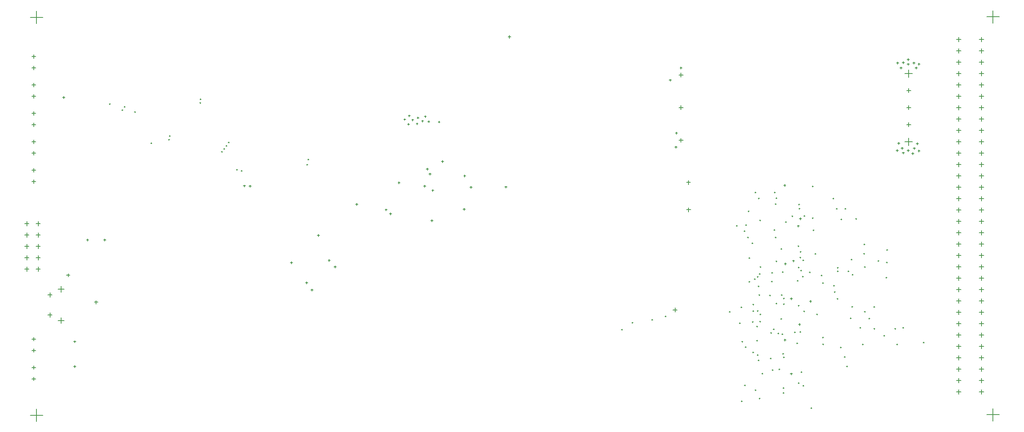
<source format=gbr>
G04 Layer_Color=128*
%FSLAX45Y45*%
%MOMM*%
%TF.FileFunction,Drillmap*%
%TF.Part,Single*%
G01*
G75*
%TA.AperFunction,NonConductor*%
%ADD55C,0.12700*%
D55*
X10375900Y15791180D02*
X10655300D01*
X10515600Y15651480D02*
Y15930881D01*
X10375900Y24681180D02*
X10655300D01*
X10515600Y24541479D02*
Y24820880D01*
X10765780Y18482520D02*
X10864780D01*
X10815280Y18433020D02*
Y18532021D01*
X10765780Y18032520D02*
X10864780D01*
X10815280Y17983020D02*
Y18082021D01*
X10999280Y17907021D02*
X11129280D01*
X11064280Y17842020D02*
Y17972020D01*
X10999280Y18608020D02*
X11129280D01*
X11064280Y18543021D02*
Y18673019D01*
X10414640Y21645880D02*
X10494640D01*
X10454640Y21605881D02*
Y21685880D01*
X10414640Y21899879D02*
X10494640D01*
X10454640Y21859880D02*
Y21939880D01*
X10414640Y23550880D02*
X10494640D01*
X10454640Y23510880D02*
Y23590880D01*
X10414640Y23804880D02*
X10494640D01*
X10454640Y23764880D02*
Y23844881D01*
X10414640Y17238980D02*
X10494640D01*
X10454640Y17198981D02*
Y17278979D01*
X10414640Y17492979D02*
X10494640D01*
X10454640Y17452980D02*
Y17532980D01*
X10414640Y16603979D02*
X10494640D01*
X10454640Y16563980D02*
Y16643980D01*
X10414640Y16857980D02*
X10494640D01*
X10454640Y16817979D02*
Y16897980D01*
X10414640Y21264880D02*
X10494640D01*
X10454640Y21224879D02*
Y21304880D01*
X10414640Y21010880D02*
X10494640D01*
X10454640Y20970880D02*
Y21050880D01*
X10414640Y23169881D02*
X10494640D01*
X10454640Y23129880D02*
Y23209880D01*
X10414640Y22915880D02*
X10494640D01*
X10454640Y22875880D02*
Y22955881D01*
X10251441Y20071080D02*
X10347961D01*
X10299701Y20022820D02*
Y20119341D01*
X10505441Y20071080D02*
X10601961D01*
X10553701Y20022820D02*
Y20119341D01*
X10505441Y19817081D02*
X10601961D01*
X10553701Y19768820D02*
Y19865340D01*
X10251441Y19817081D02*
X10347961D01*
X10299701Y19768820D02*
Y19865340D01*
X10251441Y19563080D02*
X10347961D01*
X10299701Y19514819D02*
Y19611340D01*
X10505441Y19563080D02*
X10601961D01*
X10553701Y19514819D02*
Y19611340D01*
X10251441Y19309081D02*
X10347961D01*
X10299701Y19260820D02*
Y19357339D01*
X10505441Y19309081D02*
X10601961D01*
X10553701Y19260820D02*
Y19357339D01*
X10251441Y19055080D02*
X10347961D01*
X10299701Y19006821D02*
Y19103340D01*
X10505441Y19055080D02*
X10601961D01*
X10553701Y19006821D02*
Y19103340D01*
X10414640Y22280881D02*
X10494640D01*
X10454640Y22240880D02*
Y22320880D01*
X10414640Y22534880D02*
X10494640D01*
X10454640Y22494881D02*
Y22574879D01*
X31711600Y15803880D02*
X31991599D01*
X31851599Y15663879D02*
Y15943880D01*
X31711600Y24693880D02*
X31991599D01*
X31851599Y24553880D02*
Y24833881D01*
X31039600Y16311880D02*
X31139600D01*
X31089600Y16261880D02*
Y16361880D01*
X31039600Y16565880D02*
X31139600D01*
X31089600Y16515880D02*
Y16615880D01*
X31039600Y16819881D02*
X31139600D01*
X31089600Y16769881D02*
Y16869881D01*
X31039600Y17073880D02*
X31139600D01*
X31089600Y17023880D02*
Y17123880D01*
X31039600Y17327879D02*
X31139600D01*
X31089600Y17277879D02*
Y17377879D01*
X31039600Y17581880D02*
X31139600D01*
X31089600Y17531880D02*
Y17631880D01*
X31039600Y17835880D02*
X31139600D01*
X31089600Y17785880D02*
Y17885880D01*
X31039600Y18089880D02*
X31139600D01*
X31089600Y18039880D02*
Y18139880D01*
X31039600Y18343880D02*
X31139600D01*
X31089600Y18293880D02*
Y18393880D01*
X31039600Y18597881D02*
X31139600D01*
X31089600Y18547881D02*
Y18647881D01*
X31039600Y18851880D02*
X31139600D01*
X31089600Y18801880D02*
Y18901880D01*
X31039600Y19105881D02*
X31139600D01*
X31089600Y19055881D02*
Y19155881D01*
X31039600Y19359880D02*
X31139600D01*
X31089600Y19309880D02*
Y19409880D01*
X31039600Y19613879D02*
X31139600D01*
X31089600Y19563879D02*
Y19663879D01*
X31039600Y19867880D02*
X31139600D01*
X31089600Y19817880D02*
Y19917880D01*
X31039600Y20121880D02*
X31139600D01*
X31089600Y20071880D02*
Y20171880D01*
X31039600Y20375880D02*
X31139600D01*
X31089600Y20325880D02*
Y20425880D01*
X31039600Y20629880D02*
X31139600D01*
X31089600Y20579880D02*
Y20679880D01*
X31039600Y20883881D02*
X31139600D01*
X31089600Y20833881D02*
Y20933881D01*
X31039600Y21137880D02*
X31139600D01*
X31089600Y21087880D02*
Y21187880D01*
X31039600Y21391879D02*
X31139600D01*
X31089600Y21341879D02*
Y21441879D01*
X31039600Y21645880D02*
X31139600D01*
X31089600Y21595880D02*
Y21695880D01*
X31039600Y21899879D02*
X31139600D01*
X31089600Y21849879D02*
Y21949879D01*
X31039600Y22153880D02*
X31139600D01*
X31089600Y22103880D02*
Y22203880D01*
X31039600Y22407880D02*
X31139600D01*
X31089600Y22357880D02*
Y22457880D01*
X31039600Y22661880D02*
X31139600D01*
X31089600Y22611880D02*
Y22711880D01*
X31039600Y22915880D02*
X31139600D01*
X31089600Y22865880D02*
Y22965880D01*
X31039600Y23169881D02*
X31139600D01*
X31089600Y23119881D02*
Y23219881D01*
X31039600Y23423880D02*
X31139600D01*
X31089600Y23373880D02*
Y23473880D01*
X31039600Y23677879D02*
X31139600D01*
X31089600Y23627879D02*
Y23727879D01*
X31039600Y23931880D02*
X31139600D01*
X31089600Y23881880D02*
Y23981880D01*
X31039600Y24185880D02*
X31139600D01*
X31089600Y24135880D02*
Y24235880D01*
X31547601Y16311880D02*
X31647601D01*
X31597601Y16261880D02*
Y16361880D01*
X31547601Y16565880D02*
X31647601D01*
X31597601Y16515880D02*
Y16615880D01*
X31547601Y16819881D02*
X31647601D01*
X31597601Y16769881D02*
Y16869881D01*
X31547601Y17073880D02*
X31647601D01*
X31597601Y17023880D02*
Y17123880D01*
X31547601Y17327879D02*
X31647601D01*
X31597601Y17277879D02*
Y17377879D01*
X31547601Y17581880D02*
X31647601D01*
X31597601Y17531880D02*
Y17631880D01*
X31547601Y17835880D02*
X31647601D01*
X31597601Y17785880D02*
Y17885880D01*
X31547601Y18089880D02*
X31647601D01*
X31597601Y18039880D02*
Y18139880D01*
X31547601Y18343880D02*
X31647601D01*
X31597601Y18293880D02*
Y18393880D01*
X31547601Y18597881D02*
X31647601D01*
X31597601Y18547881D02*
Y18647881D01*
X31547601Y18851880D02*
X31647601D01*
X31597601Y18801880D02*
Y18901880D01*
X31547601Y19105881D02*
X31647601D01*
X31597601Y19055881D02*
Y19155881D01*
X31547601Y19359880D02*
X31647601D01*
X31597601Y19309880D02*
Y19409880D01*
X31547601Y19613879D02*
X31647601D01*
X31597601Y19563879D02*
Y19663879D01*
X31547601Y19867880D02*
X31647601D01*
X31597601Y19817880D02*
Y19917880D01*
X31547601Y20121880D02*
X31647601D01*
X31597601Y20071880D02*
Y20171880D01*
X31547601Y20375880D02*
X31647601D01*
X31597601Y20325880D02*
Y20425880D01*
X31547601Y20629880D02*
X31647601D01*
X31597601Y20579880D02*
Y20679880D01*
X31547601Y20883881D02*
X31647601D01*
X31597601Y20833881D02*
Y20933881D01*
X31547601Y21137880D02*
X31647601D01*
X31597601Y21087880D02*
Y21187880D01*
X31547601Y21391879D02*
X31647601D01*
X31597601Y21341879D02*
Y21441879D01*
X31547601Y21645880D02*
X31647601D01*
X31597601Y21595880D02*
Y21695880D01*
X31547601Y21899879D02*
X31647601D01*
X31597601Y21849879D02*
Y21949879D01*
X31547601Y22153880D02*
X31647601D01*
X31597601Y22103880D02*
Y22203880D01*
X31547601Y22407880D02*
X31647601D01*
X31597601Y22357880D02*
Y22457880D01*
X31547601Y22661880D02*
X31647601D01*
X31597601Y22611880D02*
Y22711880D01*
X31547601Y22915880D02*
X31647601D01*
X31597601Y22865880D02*
Y22965880D01*
X31547601Y23169881D02*
X31647601D01*
X31597601Y23119881D02*
Y23219881D01*
X31547601Y23423880D02*
X31647601D01*
X31597601Y23373880D02*
Y23473880D01*
X31547601Y23677879D02*
X31647601D01*
X31597601Y23627879D02*
Y23727879D01*
X31547601Y23931880D02*
X31647601D01*
X31597601Y23881880D02*
Y23981880D01*
X31547601Y24185880D02*
X31647601D01*
X31597601Y24135880D02*
Y24235880D01*
X24847000Y21934419D02*
X24937000D01*
X24892000Y21889420D02*
Y21979420D01*
X24847000Y23394420D02*
X24937000D01*
X24892000Y23349420D02*
Y23439420D01*
X24847000Y22664420D02*
X24937000D01*
X24892000Y22619420D02*
Y22709419D01*
X29887000Y21904420D02*
X30057001D01*
X29972000Y21819420D02*
Y21989420D01*
X29926999Y22285420D02*
X30017001D01*
X29972000Y22240421D02*
Y22330420D01*
X29926999Y22666420D02*
X30017001D01*
X29972000Y22621420D02*
Y22711420D01*
X29926999Y23047420D02*
X30017001D01*
X29972000Y23002420D02*
Y23092419D01*
X29887000Y23428419D02*
X30057001D01*
X29972000Y23343420D02*
Y23513420D01*
X20028300Y20393660D02*
X20078300D01*
X20053300Y20368660D02*
Y20418660D01*
X19332339Y20812759D02*
X19382339D01*
X19357339Y20787759D02*
Y20837759D01*
X26192480Y17848579D02*
X26217880D01*
X26205179Y17835880D02*
Y17861279D01*
X24714920Y18143221D02*
X24804919D01*
X24759920Y18098219D02*
Y18188220D01*
X25966422Y18100040D02*
X25991821D01*
X25979120Y18087340D02*
Y18112740D01*
X19312019Y20142200D02*
X19362019D01*
X19337019Y20117200D02*
Y20167200D01*
X11095120Y22890480D02*
X11145120D01*
X11120120Y22865480D02*
Y22915480D01*
X12138660Y22743159D02*
X12164060D01*
X12151360Y22730460D02*
Y22755859D01*
X12415520Y22611079D02*
X12440920D01*
X12428220Y22598380D02*
Y22623779D01*
X12468860Y22679660D02*
X12494260D01*
X12481560Y22666960D02*
Y22692360D01*
X12700000Y22567900D02*
X12725400D01*
X12712700Y22555200D02*
Y22580600D01*
X14792300Y21887180D02*
X14817700D01*
X14805000Y21874480D02*
Y21899879D01*
X14742313Y21810980D02*
X14767712D01*
X14755013Y21798280D02*
Y21823680D01*
X14692300Y21739861D02*
X14717700D01*
X14705000Y21727161D02*
Y21752560D01*
X26332181Y20040601D02*
X26357581D01*
X26344879Y20027901D02*
Y20053300D01*
X26126440Y20022820D02*
X26151840D01*
X26139139Y20010120D02*
Y20035519D01*
X25017180Y20383501D02*
X25107179D01*
X25062180Y20338499D02*
Y20428500D01*
X26228040Y18204179D02*
X26253439D01*
X26240741Y18191479D02*
Y18216879D01*
X20965559Y20888960D02*
X21015559D01*
X20990559Y20863960D02*
Y20913960D01*
X16539247Y21391879D02*
X16564647D01*
X16551947Y21379179D02*
Y21404581D01*
X20185780Y20883881D02*
X20235780D01*
X20210780Y20858881D02*
Y20908881D01*
X18384920Y20292059D02*
X18434920D01*
X18409920Y20267059D02*
Y20317059D01*
X18290939Y20380960D02*
X18340939D01*
X18315939Y20355960D02*
Y20405960D01*
X17153020Y19108420D02*
X17203020D01*
X17178020Y19083420D02*
Y19133420D01*
X17020940Y19253200D02*
X17070940D01*
X17045940Y19228200D02*
Y19278200D01*
X16632320Y18587720D02*
X16682320D01*
X16657320Y18562720D02*
Y18612720D01*
X16518021Y18750281D02*
X16568021D01*
X16543021Y18725281D02*
Y18775281D01*
X11341500Y16878300D02*
X11391500D01*
X11366500Y16853300D02*
Y16903300D01*
X11341500Y17434560D02*
X11391500D01*
X11366500Y17409560D02*
Y17459560D01*
X11811020Y18315961D02*
X11882140D01*
X11846580Y18280400D02*
Y18351520D01*
X18578600Y20988660D02*
X18628600D01*
X18603600Y20963660D02*
Y21013660D01*
X17633080Y20505420D02*
X17683080D01*
X17658080Y20480420D02*
Y20530420D01*
X16779640Y19806920D02*
X16829640D01*
X16804640Y19781920D02*
Y19831920D01*
X16175121Y19202400D02*
X16225121D01*
X16200121Y19177400D02*
Y19227400D01*
X11628171Y19708209D02*
X11678171D01*
X11653171Y19683209D02*
Y19733209D01*
X12014949Y19708209D02*
X12064949D01*
X12039949Y19683209D02*
Y19733209D01*
X19268840Y21178520D02*
X19318840D01*
X19293840Y21153520D02*
Y21203520D01*
X19209779Y21294720D02*
X19259779D01*
X19234779Y21269720D02*
Y21319720D01*
X29189679Y18209261D02*
X29215079D01*
X29202380Y18196561D02*
Y18221960D01*
X29461459Y18867120D02*
X29486859D01*
X29474161Y18854420D02*
Y18879820D01*
X28963620Y19400520D02*
X28989020D01*
X28976321Y19387820D02*
Y19413220D01*
X27876501Y19397980D02*
X27901901D01*
X27889200Y19385280D02*
Y19410680D01*
X28684219Y19270979D02*
X28709619D01*
X28696921Y19258279D02*
Y19283681D01*
X27548840Y19441161D02*
X27574240D01*
X27561539Y19428461D02*
Y19453860D01*
X27185620Y20927060D02*
X27231339D01*
X27208481Y20904201D02*
Y20949921D01*
X25014639Y20993100D02*
X25104640D01*
X25059641Y20948100D02*
Y21038100D01*
X27487881Y20017740D02*
X27533600D01*
X27510739Y19994881D02*
Y20040601D01*
X27536139Y20180299D02*
X27581860D01*
X27559000Y20157440D02*
Y20203160D01*
X27630121Y20243800D02*
X27655521D01*
X27642819Y20231100D02*
Y20256500D01*
X28547061Y20403819D02*
X28572461D01*
X28559760Y20391119D02*
Y20416521D01*
X27378659Y19237959D02*
X27424380D01*
X27401520Y19215100D02*
Y19260820D01*
X27119580Y19504660D02*
X27144980D01*
X27132281Y19491960D02*
Y19517360D01*
X27759659Y18336259D02*
X27805380D01*
X27782520Y18313400D02*
Y18359120D01*
X27515820Y17820641D02*
X27561539D01*
X27538681Y17797780D02*
Y17843500D01*
X27198318Y19174460D02*
X27244040D01*
X27221179Y19151601D02*
Y19197321D01*
X27330399Y18394679D02*
X27376120D01*
X27353259Y18371820D02*
Y18417540D01*
X27190701Y17472659D02*
X27236420D01*
X27213559Y17449800D02*
Y17495520D01*
X27332941Y16715739D02*
X27378659D01*
X27355801Y16692880D02*
Y16738600D01*
X24869540Y23550880D02*
X24919540D01*
X24894540Y23525880D02*
Y23575880D01*
X24625700Y23276559D02*
X24675700D01*
X24650700Y23251559D02*
Y23301559D01*
X15258180Y20909280D02*
X15308180D01*
X15283180Y20884280D02*
Y20934280D01*
X15131180Y20914360D02*
X15181180D01*
X15156180Y20889360D02*
Y20939360D01*
X26492200Y18117821D02*
X26517599D01*
X26504901Y18105119D02*
Y18130521D01*
X26649680Y18046700D02*
X26675079D01*
X26662381Y18034000D02*
Y18059399D01*
X26299161Y19903439D02*
X26324561D01*
X26311859Y19890739D02*
Y19916141D01*
X26471881Y19634200D02*
X26497281D01*
X26484579Y19621500D02*
Y19646899D01*
X26540460Y20767039D02*
X26565860D01*
X26553159Y20754340D02*
Y20779739D01*
X26614120Y20634959D02*
X26639520D01*
X26626819Y20622260D02*
Y20647659D01*
X26652219Y19103340D02*
X26677621D01*
X26664920Y19090640D02*
Y19116040D01*
X29474161Y19204939D02*
X29499561D01*
X29486859Y19192239D02*
Y19217641D01*
X28374341Y18394679D02*
X28399741D01*
X28387039Y18381979D02*
Y18407381D01*
X27503119Y18242281D02*
X27528519D01*
X27515820Y18229581D02*
Y18254980D01*
X26865579Y18470880D02*
X26890979D01*
X26878281Y18458180D02*
Y18483580D01*
X26629361Y18475960D02*
X26654761D01*
X26642059Y18463260D02*
Y18488660D01*
X28663901Y17955260D02*
X28689301D01*
X28676599Y17942560D02*
Y17967960D01*
X28376880Y19085561D02*
X28402280D01*
X28389581Y19072861D02*
Y19098260D01*
X28376880Y19006821D02*
X28402280D01*
X28389581Y18994119D02*
Y19019521D01*
X28290521Y18686780D02*
X28315921D01*
X28303220Y18674080D02*
Y18699480D01*
X28308301Y18544540D02*
X28333701D01*
X28320999Y18531841D02*
Y18557240D01*
X27500580Y19568159D02*
X27525980D01*
X27513281Y19555460D02*
Y19580859D01*
X27007819Y19232880D02*
X27033221D01*
X27020520Y19220180D02*
Y19245580D01*
X27541220Y19316701D02*
X27566620D01*
X27553922Y19303999D02*
Y19329401D01*
X26911301Y18971260D02*
X26936700D01*
X26923999Y18958560D02*
Y18983960D01*
X27010361Y18285460D02*
X27035760D01*
X27023059Y18272760D02*
Y18298160D01*
X27175873Y18272760D02*
X27201273D01*
X27188574Y18260060D02*
Y18285460D01*
X27175461Y18399760D02*
X27200861D01*
X27188159Y18387061D02*
Y18412460D01*
X28046680Y18745200D02*
X28072079D01*
X28059381Y18732500D02*
Y18757899D01*
X28356561Y20403819D02*
X28381961D01*
X28369260Y20391119D02*
Y20416521D01*
X27051001Y17617439D02*
X27076401D01*
X27063699Y17604739D02*
Y17630141D01*
X27129739Y18478500D02*
X27155139D01*
X27142441Y18465800D02*
Y18491200D01*
X28613101Y19006821D02*
X28638501D01*
X28625800Y18994119D02*
Y19019521D01*
X27520901Y20408900D02*
X27546301D01*
X27533600Y20396201D02*
Y20421600D01*
X27513281Y20502879D02*
X27538681D01*
X27525980Y20490179D02*
Y20515581D01*
X27363419Y20238721D02*
X27388821D01*
X27376120Y20226019D02*
Y20251421D01*
X26647141Y20144740D02*
X26672540D01*
X26659839Y20132040D02*
Y20157440D01*
X28968701Y19608800D02*
X28994101D01*
X28981400Y19596100D02*
Y19621500D01*
X29476700Y19486880D02*
X29502100D01*
X29489401Y19474181D02*
Y19499580D01*
X27221179Y20109180D02*
X27246579D01*
X27233881Y20096480D02*
Y20121880D01*
X26588721Y18884900D02*
X26614120D01*
X26601419Y18872200D02*
Y18897600D01*
X26636981Y18948399D02*
X26662381D01*
X26649680Y18935699D02*
Y18961099D01*
X26880820Y17061180D02*
X26906219D01*
X26893521Y17048480D02*
Y17073880D01*
X26962100Y19931380D02*
X26987500D01*
X26974799Y19918680D02*
Y19944080D01*
X26542999Y16352521D02*
X26568399D01*
X26555701Y16339819D02*
Y16365221D01*
X26487119Y17195799D02*
X26512521D01*
X26499820Y17183099D02*
Y17208501D01*
X27787601Y15951199D02*
X27813000D01*
X27800299Y15938499D02*
Y15963901D01*
X26992581Y19763741D02*
X27017981D01*
X27005280Y19751041D02*
Y19776440D01*
X28277820Y20632420D02*
X28303220D01*
X28290521Y20619720D02*
Y20645120D01*
X29415741Y17569180D02*
X29441141D01*
X29428439Y17556480D02*
Y17581880D01*
X28935681Y17371060D02*
X28961081D01*
X28948380Y17358360D02*
Y17383760D01*
X28582620Y16883380D02*
X28608020D01*
X28595319Y16870680D02*
Y16896080D01*
X28531821Y17094200D02*
X28557220D01*
X28544519Y17081500D02*
Y17106900D01*
X28882339Y17744440D02*
X28907739D01*
X28895041Y17731740D02*
Y17757140D01*
X27470099Y17396460D02*
X27495499D01*
X27482800Y17383760D02*
Y17409160D01*
X28051761Y17378680D02*
X28077161D01*
X28064459Y17365981D02*
Y17391380D01*
X29837381Y17746980D02*
X29862781D01*
X29850079Y17734280D02*
Y17759680D01*
X29700220Y17371060D02*
X29725620D01*
X29712921Y17358360D02*
Y17383760D01*
X30294580Y17416780D02*
X30319980D01*
X30307281Y17404080D02*
Y17429480D01*
X28983939Y19105881D02*
X29009341D01*
X28996640Y19093179D02*
Y19118581D01*
X29281119Y19240500D02*
X29306519D01*
X29293820Y19227800D02*
Y19253200D01*
X28707080Y18930620D02*
X28732480D01*
X28719781Y18917920D02*
Y18943320D01*
X27505661Y19090640D02*
X27531061D01*
X27518359Y19077940D02*
Y19103340D01*
X27543759Y17650459D02*
X27569159D01*
X27556461Y17637759D02*
Y17663161D01*
X29194760Y17724120D02*
X29220160D01*
X29207458Y17711420D02*
Y17736819D01*
X29659579Y17724120D02*
X29684979D01*
X29672281Y17711420D02*
Y17736819D01*
X28696921Y18216879D02*
X28722321D01*
X28709619Y18204179D02*
Y18229581D01*
X28981400Y18106149D02*
X29006799D01*
X28994101Y18093449D02*
Y18118851D01*
X29077921Y17952721D02*
X29103320D01*
X29090619Y17940021D02*
Y17965421D01*
X27597101Y18887440D02*
X27622501D01*
X27609799Y18874741D02*
Y18900140D01*
X27559000Y19024600D02*
X27584399D01*
X27571701Y19011900D02*
Y19037300D01*
X27503119Y16507460D02*
X27528519D01*
X27515820Y16494760D02*
Y16520160D01*
X28046680Y17528540D02*
X28072079D01*
X28059381Y17515840D02*
Y17541240D01*
X27627579Y18112740D02*
X27652979D01*
X27640280Y18100040D02*
Y18125439D01*
X27612341Y16449040D02*
X27637741D01*
X27625040Y16436340D02*
Y16461740D01*
X27754581Y18983960D02*
X27779980D01*
X27767279Y18971260D02*
Y18996660D01*
X28442920Y17305020D02*
X28468320D01*
X28455621Y17292320D02*
Y17317720D01*
X27914600Y18044160D02*
X27939999D01*
X27927301Y18031461D02*
Y18056860D01*
X26926541Y16802100D02*
X26951941D01*
X26939240Y16789400D02*
Y16814799D01*
X27073859Y16819881D02*
X27099261D01*
X27086560Y16807179D02*
Y16832581D01*
X26578561Y17457420D02*
X26603961D01*
X26591260Y17444720D02*
Y17470120D01*
X26576019Y17774921D02*
X26601419D01*
X26588721Y17762219D02*
Y17787621D01*
X27117041Y17942560D02*
X27142441D01*
X27129739Y17929860D02*
Y17955260D01*
X27167841Y16398241D02*
X27193240D01*
X27180539Y16385539D02*
Y16410941D01*
X27167841Y16289020D02*
X27193240D01*
X27180539Y16276320D02*
Y16301720D01*
X27172919Y17086580D02*
X27198318D01*
X27185620Y17073880D02*
Y17099280D01*
X27157681Y17165320D02*
X27183081D01*
X27170380Y17152620D02*
Y17178020D01*
X26949399Y17711420D02*
X26974799D01*
X26962100Y17698720D02*
Y17724120D01*
X26890979Y17632680D02*
X26916379D01*
X26903680Y17619980D02*
Y17645380D01*
X26492200Y18267680D02*
X26517599D01*
X26504901Y18254980D02*
Y18280380D01*
X26324561Y17312640D02*
X26349960D01*
X26337259Y17299940D02*
Y17325340D01*
X14975841Y21275040D02*
X15001241D01*
X14988541Y21262340D02*
Y21287740D01*
X15079980Y21249640D02*
X15105380D01*
X15092680Y21236940D02*
Y21262340D01*
X13063220Y21869400D02*
X13088620D01*
X13075920Y21856700D02*
Y21882100D01*
X13474699Y22029420D02*
X13500101D01*
X13487399Y22016721D02*
Y22042120D01*
X13459460Y21948140D02*
X13484860D01*
X13472160Y21935440D02*
Y21960840D01*
X16565880Y21506180D02*
X16591280D01*
X16578580Y21493480D02*
Y21518880D01*
X14157961Y22771100D02*
X14183360D01*
X14170660Y22758400D02*
Y22783800D01*
X14159332Y22851212D02*
X14184732D01*
X14172032Y22838512D02*
Y22863911D01*
X19245580Y22352000D02*
X19286220D01*
X19265900Y22331680D02*
Y22372321D01*
X18793460Y22291040D02*
X18834100D01*
X18813780Y22270720D02*
Y22311360D01*
X19006821Y22435820D02*
X19047459D01*
X19027139Y22415500D02*
Y22456140D01*
X18709641Y22400259D02*
X18750281D01*
X18729961Y22379939D02*
Y22420580D01*
X19169380Y22466299D02*
X19210020D01*
X19189700Y22445979D02*
Y22486620D01*
X18811240Y22481540D02*
X18851880D01*
X18831560Y22461220D02*
Y22501860D01*
X19476720Y22341840D02*
X19517360D01*
X19497040Y22321519D02*
Y22362160D01*
X18887440Y22387560D02*
X18928081D01*
X18907761Y22367239D02*
Y22407880D01*
X19108420Y22362160D02*
X19149060D01*
X19128740Y22341840D02*
Y22382480D01*
X18986501Y22303740D02*
X19027139D01*
X19006821Y22283420D02*
Y22324060D01*
X11186160Y18917920D02*
X11257280D01*
X11221720Y18882359D02*
Y18953481D01*
X27817221Y20902121D02*
X27842621D01*
X27829922Y20889421D02*
Y20914821D01*
X26992581Y20507961D02*
X27017981D01*
X27005280Y20495261D02*
Y20520660D01*
X27010361Y20642580D02*
X27035760D01*
X27023059Y20629880D02*
Y20655280D01*
X26972260Y20767039D02*
X26997659D01*
X26984961Y20754340D02*
Y20779739D01*
X27835861Y19926300D02*
X27861261D01*
X27848560Y19913600D02*
Y19939000D01*
X27607260Y19250661D02*
X27632660D01*
X27619958Y19237959D02*
Y19263361D01*
X27566620Y16753841D02*
X27592020D01*
X27579321Y16741141D02*
Y16766541D01*
X26631900Y16165154D02*
X26657300D01*
X26644601Y16152454D02*
Y16177853D01*
X26611581Y17015460D02*
X26636981D01*
X26624280Y17002760D02*
Y17028160D01*
X26647141Y17886681D02*
X26672540D01*
X26659839Y17873981D02*
Y17899380D01*
X27419299Y17645380D02*
X27444699D01*
X27432001Y17632680D02*
Y17658080D01*
X26591260Y18122900D02*
X26616660D01*
X26603961Y18110201D02*
Y18135600D01*
X26908759Y18778220D02*
X26934161D01*
X26921460Y18765520D02*
Y18790919D01*
X28458160Y20167599D02*
X28483560D01*
X28470859Y20154900D02*
Y20180299D01*
X28785818Y20177760D02*
X28811221D01*
X28798520Y20165060D02*
Y20190460D01*
X28016809Y18912939D02*
X28042209D01*
X28029510Y18900240D02*
Y18925639D01*
X27482800Y18793460D02*
X27508200D01*
X27495499Y18780760D02*
Y18806160D01*
X27149374Y18989725D02*
X27174774D01*
X27162076Y18977025D02*
Y19002425D01*
X26611581Y18674080D02*
X26636981D01*
X26624280Y18661380D02*
Y18686780D01*
X27816483Y20198741D02*
X27841885D01*
X27829184Y20186041D02*
Y20211441D01*
X26372821Y19766280D02*
X26398221D01*
X26385519Y19753580D02*
Y19778979D01*
X24767940Y22092920D02*
X24817940D01*
X24792940Y22067920D02*
Y22117920D01*
X24757780Y21783040D02*
X24807780D01*
X24782780Y21758040D02*
Y21808040D01*
X29939380Y23632159D02*
X29989380D01*
X29964380Y23607159D02*
Y23657159D01*
X30112100Y23550880D02*
X30162100D01*
X30137100Y23525880D02*
Y23575880D01*
X29774280Y23550880D02*
X29824280D01*
X29799280Y23525880D02*
Y23575880D01*
X29825079Y23672800D02*
X29875079D01*
X29850079Y23647800D02*
Y23697800D01*
X30066379Y23665179D02*
X30116379D01*
X30091379Y23640179D02*
Y23690179D01*
X29703159Y23660100D02*
X29753159D01*
X29728159Y23635100D02*
Y23685100D01*
X29936841Y23741380D02*
X29986841D01*
X29961841Y23716380D02*
Y23766380D01*
X30178140Y23639780D02*
X30228140D01*
X30203140Y23614780D02*
Y23664780D01*
X29936841Y21704300D02*
X29986841D01*
X29961841Y21679300D02*
Y21729300D01*
X29802219Y21757640D02*
X29852219D01*
X29827219Y21732640D02*
Y21782640D01*
X30073999Y21752560D02*
X30123999D01*
X30098999Y21727560D02*
Y21777560D01*
X30035901Y21638260D02*
X30085901D01*
X30060901Y21613260D02*
Y21663260D01*
X29830161Y21650960D02*
X29880161D01*
X29855161Y21625960D02*
Y21675960D01*
X30142581Y21859241D02*
X30192581D01*
X30167581Y21834241D02*
Y21884241D01*
X29728561Y21869400D02*
X29778561D01*
X29753561Y21844400D02*
Y21894400D01*
X29690460Y21706841D02*
X29740460D01*
X29715460Y21681841D02*
Y21731841D01*
X30178140Y21696680D02*
X30228140D01*
X30203140Y21671680D02*
Y21721680D01*
X21035010Y24244299D02*
X21098511D01*
X21066760Y24212550D02*
Y24276050D01*
X26384836Y20351164D02*
X26410236D01*
X26397534Y20338464D02*
Y20363866D01*
X26405841Y19303406D02*
X26431241D01*
X26418539Y19290706D02*
Y19316106D01*
X26304416Y16456900D02*
X26329816D01*
X26317117Y16444200D02*
Y16469600D01*
X26245819Y17437100D02*
X26271219D01*
X26258521Y17424400D02*
Y17449800D01*
X27139899Y17599660D02*
X27165302D01*
X27152600Y17586960D02*
Y17612360D01*
X26525220Y18831560D02*
X26550620D01*
X26537921Y18818860D02*
Y18844260D01*
X26403299Y18775681D02*
X26428699D01*
X26416000Y18762981D02*
Y18788380D01*
X26232660Y16104459D02*
X26258060D01*
X26245358Y16091759D02*
Y16117159D01*
X26695401Y16720821D02*
X26720801D01*
X26708099Y16708121D02*
Y16733521D01*
X19152620Y20908659D02*
X19202620D01*
X19177620Y20883659D02*
Y20933659D01*
X20043539Y21135339D02*
X20093539D01*
X20068539Y21110339D02*
Y21160339D01*
X19550780Y21460460D02*
X19600780D01*
X19575780Y21435460D02*
Y21485460D01*
X23563580Y17701260D02*
X23588980D01*
X23576280Y17688560D02*
Y17713960D01*
X23797260Y17858740D02*
X23822659D01*
X23809959Y17846040D02*
Y17871440D01*
X24236681Y17924780D02*
X24262080D01*
X24249380Y17912080D02*
Y17937480D01*
X24538940Y17998441D02*
X24564340D01*
X24551640Y17985741D02*
Y18011140D01*
X26591260Y17134840D02*
X26616660D01*
X26603961Y17122141D02*
Y17147540D01*
X26479501Y17876520D02*
X26504901D01*
X26492200Y17863820D02*
Y17889220D01*
X14638020Y21676360D02*
X14663420D01*
X14650720Y21663660D02*
Y21689059D01*
%TF.MD5,197a40d0595ab027ef74f20be97436d6*%
M02*

</source>
